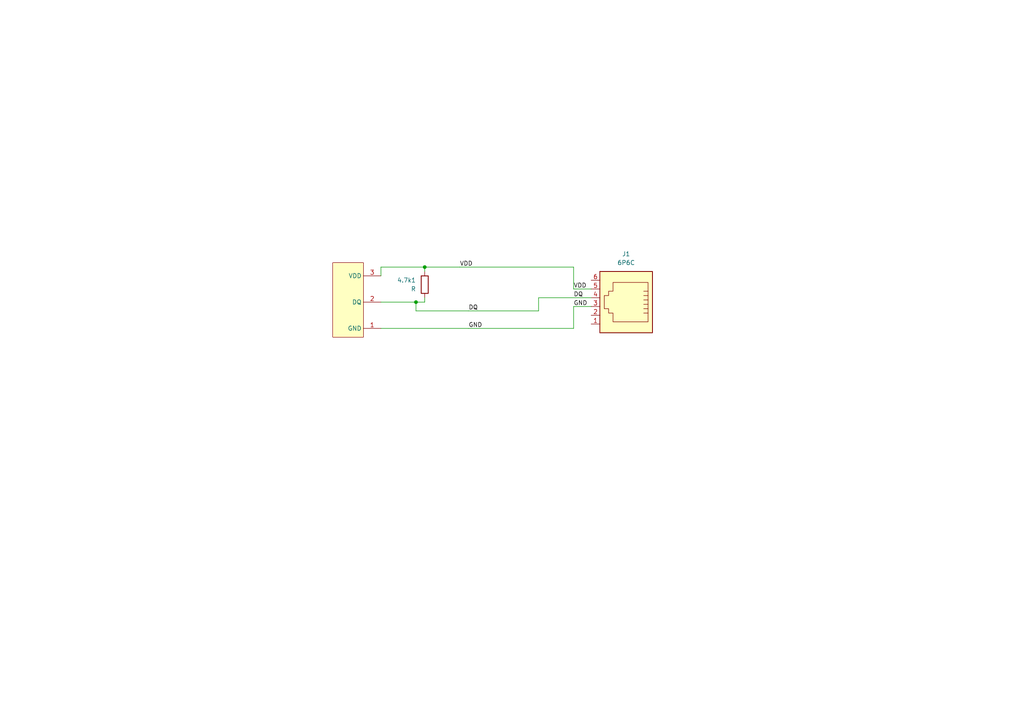
<source format=kicad_sch>
(kicad_sch (version 20230121) (generator eeschema)
  (paper "A4")
  (lib_symbols
    (symbol "Connector:6P6C" (pin_names (offset 1.016))
      (property "Reference" "J" (at -5.08 11.43 0))
      (property "Value" "6P6C" (at 2.54 11.43 0))
      (symbol "6P6C_0_1"
        (polyline (pts (xy -6.35 -1.905) (xy -5.08 -1.905) (xy -5.08 -1.905)))
        (polyline (pts (xy -6.35 -0.635) (xy -5.08 -0.635) (xy -5.08 -0.635)))
        (polyline (pts (xy -6.35 0.635) (xy -5.08 0.635) (xy -5.08 0.635)))
        (polyline (pts (xy -6.35 1.905) (xy -5.08 1.905) (xy -5.08 1.905)))
        (polyline (pts (xy -6.35 3.175) (xy -5.08 3.175) (xy -5.08 3.175)))
        (polyline (pts (xy -5.08 4.445) (xy -6.35 4.445) (xy -6.35 4.445)))
        (polyline (pts (xy -6.35 -4.445) (xy -6.35 6.985) (xy 3.81 6.985) (xy 3.81 4.445) (xy 5.08 4.445) (xy 5.08 3.175) (xy 6.35 3.175) (xy 6.35 -0.635) (xy 5.08 -0.635) (xy 5.08 -1.905) (xy 3.81 -1.905) (xy 3.81 -4.445) (xy -6.35 -4.445) (xy -6.35 -4.445)))
        (rectangle (start 7.62 10.16) (end -7.62 -7.62) (stroke (width 0.254)) (fill (type background)))
      )
      (symbol "6P6C_1_1"
        (pin passive line (at 10.16 -5.08 180) (length 2.54) (name "~") (number "1"))
        (pin passive line (at 10.16 -2.54 180) (length 2.54) (name "~") (number "2"))
        (pin passive line (at 10.16 0 180) (length 2.54) (name "~") (number "3"))
        (pin passive line (at 10.16 2.54 180) (length 2.54) (name "~") (number "4"))
        (pin passive line (at 10.16 5.08 180) (length 2.54) (name "~") (number "5"))
        (pin passive line (at 10.16 7.62 180) (length 2.54) (name "~") (number "6"))
      )
    )
    (symbol "Device:R" (pin_numbers hide) (pin_names (offset 0))
      (property "Reference" "R" (at 2.032 0 90))
      (property "Value" "R" (at 0 0 90))
      (symbol "R_0_1"
        (rectangle (start -1.016 -2.54) (end 1.016 2.54) (stroke (width 0.254)))
      )
      (symbol "R_1_1"
        (pin passive line (at 0 3.81 270) (length 1.27) (name "~") (number "1"))
        (pin passive line (at 0 -3.81 90) (length 1.27) (name "~") (number "2"))
      )
    )
    (symbol "Temperature Senor Board V2 (2)-eagle-import:DS18B"
      (symbol "DS18B_1_0"
        (pin bidirectional line (at 25.4 -5.08 180) (length 5.08) (name "GND") (number "1"))
        (pin bidirectional line (at 25.4 -12.7 180) (length 5.08) (name "DQ") (number "2"))
        (pin bidirectional line (at 25.4 -20.32 180) (length 5.08) (name "VDD") (number "3"))
      )
      (symbol "DS18B_1_1"
        (rectangle (start 11.43 -2.54) (end 20.32 -24.13) (fill (type background)))
      )
    )
  )
  (junction (at 120.65 87.63))
  (junction (at 123.19 77.47))
  (wire (pts (xy 123.19 87.63) (xy 123.19 86.36)))
  (wire (pts (xy 135.89 95.25) (xy 166.37 95.25)))
  (wire (pts (xy 110.49 77.47) (xy 123.19 77.47)) (stroke (width 0.1524)))
  (wire (pts (xy 123.19 78.74) (xy 123.19 77.47)))
  (wire (pts (xy 156.21 90.17) (xy 156.21 86.36)))
  (wire (pts (xy 166.37 83.82) (xy 171.45 83.82)))
  (wire (pts (xy 123.19 77.47) (xy 133.35 77.47)) (stroke (width 0.1524)))
  (wire (pts (xy 120.65 87.63) (xy 123.19 87.63)) (stroke (width 0.1524)))
  (wire (pts (xy 135.89 90.17) (xy 156.21 90.17)))
  (wire (pts (xy 166.37 88.9) (xy 171.45 88.9)))
  (wire (pts (xy 166.37 95.25) (xy 166.37 88.9)))
  (wire (pts (xy 110.49 87.63) (xy 120.65 87.63)) (stroke (width 0.1524)))
  (wire (pts (xy 110.49 80.01) (xy 110.49 77.47)) (stroke (width 0.1524)))
  (wire (pts (xy 156.21 86.36) (xy 171.45 86.36)))
  (wire (pts (xy 120.65 87.63) (xy 120.65 90.17)) (stroke (width 0.1524)))
  (wire (pts (xy 120.65 90.17) (xy 135.89 90.17)) (stroke (width 0.1524)))
  (wire (pts (xy 133.35 77.47) (xy 166.37 77.47)))
  (wire (pts (xy 110.49 95.25) (xy 135.89 95.25)) (stroke (width 0.1524)))
  (wire (pts (xy 166.37 77.47) (xy 166.37 83.82)))
  (label "GND" (at 135.89 95.25 0) (effects (font (size 1.2446 1.2446))))
  (label "DQ" (at 135.89 90.17 0) (effects (font (size 1.2446 1.2446))))
  (label "VDD" (at 166.37 83.82 0) (effects (font (size 1.2446 1.2446))))
  (label "VDD" (at 133.35 77.47 0) (effects (font (size 1.2446 1.2446))))
  (label "GND" (at 166.37 88.9 0) (effects (font (size 1.2446 1.2446))))
  (label "DQ" (at 166.37 86.36 0) (effects (font (size 1.2446 1.2446))))
  (symbol (lib_id "Temperature Senor Board V2 (2)-eagle-import:DS18B") (at 85.09 100.33 0) (mirror x) (unit 1)
    (property "Reference" "U$1" (effects hide))
    (property "Value" "DS18B" (effects hide))
    (property "Footprint" "AutoLoadbankFootprint:TO92-3" (effects hide))
  )
  (symbol (lib_id "Device:R") (at 123.19 82.55 0) (mirror x) (unit 1)
    (property "Reference" "4.7k1" (at 120.65 81.28 0) (effects (justify right)))
    (property "Value" "R" (at 120.65 83.82 0) (effects (justify right)))
    (property "Footprint" "AutoLoadbankFootprint:R0805" (effects hide))
  )
  (symbol (lib_id "Connector:6P6C") (at 181.61 88.9 0) (mirror y) (unit 1)
    (property "Reference" "J1" (at 181.61 73.66 0))
    (property "Value" "6P6C" (at 181.61 76.2 0))
    (property "Footprint" "AutoLoadbankFootprint:1734723-1_RJ11" (effects hide))
  )
)
</source>
